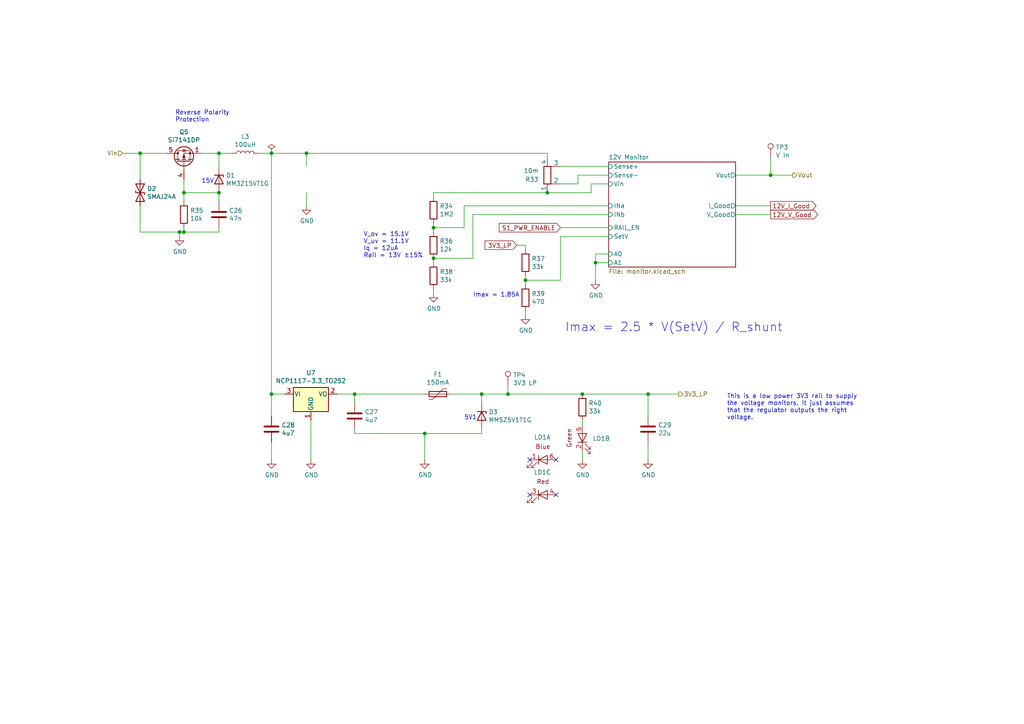
<source format=kicad_sch>
(kicad_sch (version 20210126) (generator eeschema)
  (paper "A4")
  (title_block (rev "DRAFT") (company "M0WUT"))
  (lib_symbols
    (symbol "Connector:TestPoint" (pin_numbers hide) (pin_names (offset 0.762) hide)
      (property "Reference" "TP" (at 0 6.858 0))
      (property "Value" "TestPoint" (at 0 5.08 0))
      (symbol "TestPoint_0_1"
        (circle (center 0 3.302) (radius 0.762))
      )
      (symbol "TestPoint_1_1"
        (pin passive line (at 0 0 90) (length 2.54) (name "1") (number "1"))
      )
    )
    (symbol "Device:C" (pin_numbers hide) (pin_names (offset 0.254))
      (property "Reference" "C" (at 0.635 2.54 0))
      (property "Value" "C" (at 0.635 -2.54 0))
      (symbol "C_0_1"
        (polyline (pts (xy -2.032 -0.762) (xy 2.032 -0.762)) (stroke (width 0.508)))
        (polyline (pts (xy -2.032 0.762) (xy 2.032 0.762)) (stroke (width 0.508)))
      )
      (symbol "C_1_1"
        (pin passive line (at 0 3.81 270) (length 2.794) (name "~") (number "1"))
        (pin passive line (at 0 -3.81 90) (length 2.794) (name "~") (number "2"))
      )
    )
    (symbol "Device:D_TVS" (pin_numbers hide) (pin_names (offset 1.016) hide)
      (property "Reference" "D" (at 0 2.54 0))
      (property "Value" "D_TVS" (at 0 -2.54 0))
      (symbol "D_TVS_0_1"
        (polyline (pts (xy 1.27 0) (xy -1.27 0)))
        (polyline (pts (xy 0.508 1.27) (xy 0 1.27) (xy 0 -1.27) (xy -0.508 -1.27)) (stroke (width 0.254)))
        (polyline (pts (xy -2.54 1.27) (xy -2.54 -1.27) (xy 2.54 1.27) (xy 2.54 -1.27) (xy -2.54 1.27)) (stroke (width 0.254)))
      )
      (symbol "D_TVS_1_1"
        (pin passive line (at -3.81 0 0) (length 2.54) (name "A1") (number "1"))
        (pin passive line (at 3.81 0 180) (length 2.54) (name "A2") (number "2"))
      )
    )
    (symbol "Device:D_Zener" (pin_numbers hide) (pin_names (offset 1.016) hide)
      (property "Reference" "D" (at 0 2.54 0))
      (property "Value" "D_Zener" (at 0 -2.54 0))
      (symbol "D_Zener_0_1"
        (polyline (pts (xy 1.27 0) (xy -1.27 0)))
        (polyline (pts (xy -1.27 -1.27) (xy -1.27 1.27) (xy -0.762 1.27)) (stroke (width 0.254)))
        (polyline (pts (xy 1.27 -1.27) (xy 1.27 1.27) (xy -1.27 0) (xy 1.27 -1.27)) (stroke (width 0.254)))
      )
      (symbol "D_Zener_1_1"
        (pin passive line (at -3.81 0 0) (length 2.54) (name "K") (number "1"))
        (pin passive line (at 3.81 0 180) (length 2.54) (name "A") (number "2"))
      )
    )
    (symbol "Device:L" (pin_numbers hide) (pin_names (offset 1.016) hide)
      (property "Reference" "L" (at -1.27 0 90))
      (property "Value" "L" (at 1.905 0 90))
      (symbol "L_0_1"
        (arc (start 0 -2.54) (end 0 -1.27) (radius (at 0 -1.905) (length 0.635) (angles -89.9 89.9)))
        (arc (start 0 -1.27) (end 0 0) (radius (at 0 -0.635) (length 0.635) (angles -89.9 89.9)))
        (arc (start 0 0) (end 0 1.27) (radius (at 0 0.635) (length 0.635) (angles -89.9 89.9)))
        (arc (start 0 1.27) (end 0 2.54) (radius (at 0 1.905) (length 0.635) (angles -89.9 89.9)))
      )
      (symbol "L_1_1"
        (pin passive line (at 0 3.81 270) (length 1.27) (name "1") (number "1"))
        (pin passive line (at 0 -3.81 90) (length 1.27) (name "2") (number "2"))
      )
    )
    (symbol "Device:Polyfuse" (pin_numbers hide) (pin_names (offset 0))
      (property "Reference" "F" (at -2.54 0 90))
      (property "Value" "Polyfuse" (at 2.54 0 90))
      (symbol "Polyfuse_0_1"
        (rectangle (start -0.762 2.54) (end 0.762 -2.54) (stroke (width 0.254)))
        (polyline (pts (xy 0 2.54) (xy 0 -2.54)))
        (polyline (pts (xy -1.524 2.54) (xy -1.524 1.524) (xy 1.524 -1.524) (xy 1.524 -2.54)))
      )
      (symbol "Polyfuse_1_1"
        (pin passive line (at 0 3.81 270) (length 1.27) (name "~") (number "1"))
        (pin passive line (at 0 -3.81 90) (length 1.27) (name "~") (number "2"))
      )
    )
    (symbol "Device:R" (pin_numbers hide) (pin_names (offset 0))
      (property "Reference" "R" (at 2.032 0 90))
      (property "Value" "R" (at 0 0 90))
      (symbol "R_0_1"
        (rectangle (start -1.016 -2.54) (end 1.016 2.54) (stroke (width 0.254)))
      )
      (symbol "R_1_1"
        (pin passive line (at 0 3.81 270) (length 1.27) (name "~") (number "1"))
        (pin passive line (at 0 -3.81 90) (length 1.27) (name "~") (number "2"))
      )
    )
    (symbol "Device:R_Shunt" (pin_numbers hide) (pin_names (offset 0))
      (property "Reference" "R" (at -4.445 0 90))
      (property "Value" "R_Shunt" (at -2.54 0 90))
      (symbol "R_Shunt_0_1"
        (rectangle (start -1.016 -2.54) (end 1.016 2.54) (stroke (width 0.254)))
        (polyline (pts (xy 0 -2.54) (xy 1.27 -2.54)))
        (polyline (pts (xy 1.27 2.54) (xy 0 2.54)))
      )
      (symbol "R_Shunt_1_1"
        (pin passive line (at 0 5.08 270) (length 2.54) (name "1") (number "1"))
        (pin passive line (at 3.81 2.54 180) (length 2.54) (name "2") (number "2"))
        (pin passive line (at 3.81 -2.54 180) (length 2.54) (name "3") (number "3"))
        (pin passive line (at 0 -5.08 90) (length 2.54) (name "4") (number "4"))
      )
    )
    (symbol "LED_WUT:LED_Cree_CLX6E-FKC" (pin_names (offset 1.016))
      (property "Reference" "LD" (at 2.54 -2.54 0))
      (symbol "LED_Cree_CLX6E-FKC_1_0"
        (text "Blue" (at 0 3.81 0) (effects (font (size 1.27 1.27))))
      )
      (symbol "LED_Cree_CLX6E-FKC_1_1"
        (polyline (pts (xy -1.27 -1.27) (xy -1.27 1.27)) (stroke (width 0.2032)))
        (polyline (pts (xy -1.27 0) (xy 1.27 0)))
        (polyline (pts (xy 1.27 -1.27) (xy 1.27 1.27) (xy -1.27 0) (xy 1.27 -1.27)) (stroke (width 0.2032)))
        (polyline (pts (xy -3.048 -0.762) (xy -4.572 -2.286) (xy -3.81 -2.286) (xy -4.572 -2.286) (xy -4.572 -1.524)))
        (polyline (pts (xy -1.778 -0.762) (xy -3.302 -2.286) (xy -2.54 -2.286) (xy -3.302 -2.286) (xy -3.302 -1.524)))
        (pin passive line (at -3.81 0 0) (length 2.54) (name "~") (number "1"))
        (pin passive line (at 3.81 0 180) (length 2.54) (name "~") (number "6"))
      )
      (symbol "LED_Cree_CLX6E-FKC_2_1"
        (text "Green" (at 0 3.81 0) (effects (font (size 1.27 1.27))))
        (polyline (pts (xy -1.27 -1.27) (xy -1.27 1.27)) (stroke (width 0.2032)))
        (polyline (pts (xy -1.27 0) (xy 1.27 0)))
        (polyline (pts (xy 1.27 -1.27) (xy 1.27 1.27) (xy -1.27 0) (xy 1.27 -1.27)) (stroke (width 0.2032)))
        (polyline (pts (xy -3.048 -0.762) (xy -4.572 -2.286) (xy -3.81 -2.286) (xy -4.572 -2.286) (xy -4.572 -1.524)))
        (polyline (pts (xy -1.778 -0.762) (xy -3.302 -2.286) (xy -2.54 -2.286) (xy -3.302 -2.286) (xy -3.302 -1.524)))
        (pin passive line (at -3.81 0 0) (length 2.54) (name "~") (number "2"))
        (pin passive line (at 3.81 0 180) (length 2.54) (name "~") (number "5"))
      )
      (symbol "LED_Cree_CLX6E-FKC_3_1"
        (text "Red" (at 0 3.81 0) (effects (font (size 1.27 1.27))))
        (polyline (pts (xy -1.27 -1.27) (xy -1.27 1.27)) (stroke (width 0.2032)))
        (polyline (pts (xy -1.27 0) (xy 1.27 0)))
        (polyline (pts (xy 1.27 -1.27) (xy 1.27 1.27) (xy -1.27 0) (xy 1.27 -1.27)) (stroke (width 0.2032)))
        (polyline (pts (xy -3.048 -0.762) (xy -4.572 -2.286) (xy -3.81 -2.286) (xy -4.572 -2.286) (xy -4.572 -1.524)))
        (polyline (pts (xy -1.778 -0.762) (xy -3.302 -2.286) (xy -2.54 -2.286) (xy -3.302 -2.286) (xy -3.302 -1.524)))
        (pin passive line (at -3.81 0 0) (length 2.54) (name "~") (number "3"))
        (pin passive line (at 3.81 0 180) (length 2.54) (name "~") (number "4"))
      )
    )
    (symbol "Regulator_Linear:NCP1117-3.3_TO252" (pin_names (offset 0.254))
      (property "Reference" "U" (at -3.81 3.175 0))
      (property "Value" "NCP1117-3.3_TO252" (at 0 3.175 0))
      (symbol "NCP1117-3.3_TO252_0_1"
        (rectangle (start -5.08 1.905) (end 5.08 -5.08) (stroke (width 0.254)) (fill (type background)))
      )
      (symbol "NCP1117-3.3_TO252_1_1"
        (pin power_in line (at 0 -7.62 90) (length 2.54) (name "GND") (number "1"))
        (pin power_out line (at 7.62 0 180) (length 2.54) (name "VO") (number "2"))
        (pin power_in line (at -7.62 0 0) (length 2.54) (name "VI") (number "3"))
      )
    )
    (symbol "Transistor_FET:Si7141DP" (pin_names hide)
      (property "Reference" "Q" (at 5.08 1.905 0))
      (property "Value" "Si7141DP" (at 5.08 0 0))
      (symbol "Si7141DP_0_1"
        (circle (center 1.651 0) (radius 2.794) (stroke (width 0.254)))
        (circle (center 2.54 -1.778) (radius 0.254) (fill (type outline)))
        (circle (center 2.54 1.778) (radius 0.254) (fill (type outline)))
        (polyline (pts (xy 0.254 0) (xy -2.54 0)))
        (polyline (pts (xy 0.254 1.905) (xy 0.254 -1.905)) (stroke (width 0.254)))
        (polyline (pts (xy 0.762 -1.27) (xy 0.762 -2.286)) (stroke (width 0.254)))
        (polyline (pts (xy 0.762 0.508) (xy 0.762 -0.508)) (stroke (width 0.254)))
        (polyline (pts (xy 0.762 2.286) (xy 0.762 1.27)) (stroke (width 0.254)))
        (polyline (pts (xy 2.54 2.54) (xy 2.54 1.778)))
        (polyline (pts (xy 2.54 -2.54) (xy 2.54 0) (xy 0.762 0)))
        (polyline (pts (xy 0.762 1.778) (xy 3.302 1.778) (xy 3.302 -1.778) (xy 0.762 -1.778)))
        (polyline (pts (xy 2.794 -0.508) (xy 2.921 -0.381) (xy 3.683 -0.381) (xy 3.81 -0.254)))
        (polyline (pts (xy 3.302 -0.381) (xy 2.921 0.254) (xy 3.683 0.254) (xy 3.302 -0.381)))
        (polyline (pts (xy 2.286 0) (xy 1.27 0.381) (xy 1.27 -0.381) (xy 2.286 0)) (fill (type outline)))
      )
      (symbol "Si7141DP_1_1"
        (pin passive line (at 2.54 -5.08 90) (length 2.54) (name "S") (number "1"))
        (pin passive line (at 2.54 -5.08 90) (length 2.54) hide (name "S") (number "2"))
        (pin passive line (at 2.54 -5.08 90) (length 2.54) hide (name "S") (number "3"))
        (pin input line (at -5.08 0 0) (length 2.54) (name "G") (number "4"))
        (pin passive line (at 2.54 5.08 270) (length 2.54) (name "D") (number "5"))
      )
    )
    (symbol "power:GND" (power) (pin_names (offset 0))
      (property "Value" "GND" (at 0 -3.81 0))
      (symbol "GND_0_1"
        (polyline (pts (xy 0 0) (xy 0 -1.27) (xy 1.27 -1.27) (xy 0 -2.54) (xy -1.27 -1.27) (xy 0 -1.27)))
      )
      (symbol "GND_1_1"
        (pin power_in line (at 0 0 270) (length 0) hide (name "GND") (number "1"))
      )
    )
    (symbol "power:PWR_FLAG" (power) (pin_numbers hide) (pin_names (offset 0) hide)
      (property "Value" "PWR_FLAG" (at 0 3.81 0))
      (symbol "PWR_FLAG_0_0"
        (pin power_out line (at 0 0 90) (length 0) (name "pwr") (number "1"))
      )
      (symbol "PWR_FLAG_0_1"
        (polyline (pts (xy 0 0) (xy 0 1.27) (xy -1.016 1.905) (xy 0 2.54) (xy 1.016 1.905) (xy 0 1.27)))
      )
    )
  )
  (junction (at 40.64 44.45) (diameter 0.9144))
  (junction (at 52.07 67.31) (diameter 0.9144))
  (junction (at 53.34 55.88) (diameter 0.9144))
  (junction (at 53.34 67.31) (diameter 0.9144))
  (junction (at 63.5 44.45) (diameter 0.9144))
  (junction (at 63.5 55.88) (diameter 0.9144))
  (junction (at 78.74 44.45) (diameter 0.9144))
  (junction (at 78.74 114.3) (diameter 0.9144))
  (junction (at 88.9 44.45) (diameter 0.9144))
  (junction (at 102.87 114.3) (diameter 0.9144))
  (junction (at 123.19 125.73) (diameter 0.9144))
  (junction (at 125.73 66.04) (diameter 0.9144))
  (junction (at 125.73 74.93) (diameter 0.9144))
  (junction (at 139.7 114.3) (diameter 0.9144))
  (junction (at 147.32 114.3) (diameter 0.9144))
  (junction (at 152.4 81.28) (diameter 0.9144))
  (junction (at 158.75 55.88) (diameter 0.9144))
  (junction (at 168.91 114.3) (diameter 0.9144))
  (junction (at 172.72 76.2) (diameter 0.9144))
  (junction (at 187.96 114.3) (diameter 0.9144))
  (junction (at 223.52 50.8) (diameter 0.9144))
  (no_connect (at 153.67 133.35))
  (no_connect (at 153.67 143.51))
  (no_connect (at 161.29 133.35))
  (no_connect (at 161.29 143.51))
  (wire (pts (xy 35.56 44.45) (xy 40.64 44.45)))
  (wire (pts (xy 40.64 44.45) (xy 48.26 44.45)))
  (wire (pts (xy 40.64 52.07) (xy 40.64 44.45)))
  (wire (pts (xy 40.64 67.31) (xy 40.64 59.69)))
  (wire (pts (xy 52.07 67.31) (xy 40.64 67.31)))
  (wire (pts (xy 52.07 68.58) (xy 52.07 67.31)))
  (wire (pts (xy 53.34 52.07) (xy 53.34 55.88)))
  (wire (pts (xy 53.34 55.88) (xy 53.34 58.42)))
  (wire (pts (xy 53.34 66.04) (xy 53.34 67.31)))
  (wire (pts (xy 53.34 67.31) (xy 52.07 67.31)))
  (wire (pts (xy 53.34 67.31) (xy 63.5 67.31)))
  (wire (pts (xy 58.42 44.45) (xy 63.5 44.45)))
  (wire (pts (xy 63.5 44.45) (xy 63.5 48.26)))
  (wire (pts (xy 63.5 44.45) (xy 67.31 44.45)))
  (wire (pts (xy 63.5 55.88) (xy 53.34 55.88)))
  (wire (pts (xy 63.5 58.42) (xy 63.5 55.88)))
  (wire (pts (xy 63.5 67.31) (xy 63.5 66.04)))
  (wire (pts (xy 74.93 44.45) (xy 78.74 44.45)))
  (wire (pts (xy 78.74 114.3) (xy 78.74 44.45)))
  (wire (pts (xy 78.74 120.65) (xy 78.74 114.3)))
  (wire (pts (xy 78.74 133.35) (xy 78.74 128.27)))
  (wire (pts (xy 82.55 114.3) (xy 78.74 114.3)))
  (wire (pts (xy 88.9 44.45) (xy 78.74 44.45)))
  (wire (pts (xy 88.9 44.45) (xy 88.9 48.26)))
  (wire (pts (xy 88.9 44.45) (xy 158.75 44.45)))
  (wire (pts (xy 88.9 59.69) (xy 88.9 55.88)))
  (wire (pts (xy 90.17 133.35) (xy 90.17 121.92)))
  (wire (pts (xy 97.79 114.3) (xy 102.87 114.3)))
  (wire (pts (xy 102.87 114.3) (xy 123.19 114.3)))
  (wire (pts (xy 102.87 116.84) (xy 102.87 114.3)))
  (wire (pts (xy 102.87 124.46) (xy 102.87 125.73)))
  (wire (pts (xy 102.87 125.73) (xy 123.19 125.73)))
  (wire (pts (xy 123.19 125.73) (xy 123.19 133.35)))
  (wire (pts (xy 123.19 125.73) (xy 139.7 125.73)))
  (wire (pts (xy 125.73 55.88) (xy 125.73 57.15)))
  (wire (pts (xy 125.73 64.77) (xy 125.73 66.04)))
  (wire (pts (xy 125.73 66.04) (xy 125.73 67.31)))
  (wire (pts (xy 125.73 66.04) (xy 134.62 66.04)))
  (wire (pts (xy 125.73 74.93) (xy 137.16 74.93)))
  (wire (pts (xy 125.73 76.2) (xy 125.73 74.93)))
  (wire (pts (xy 125.73 83.82) (xy 125.73 85.09)))
  (wire (pts (xy 130.81 114.3) (xy 139.7 114.3)))
  (wire (pts (xy 134.62 59.69) (xy 176.53 59.69)))
  (wire (pts (xy 134.62 66.04) (xy 134.62 59.69)))
  (wire (pts (xy 137.16 62.23) (xy 137.16 74.93)))
  (wire (pts (xy 139.7 114.3) (xy 147.32 114.3)))
  (wire (pts (xy 139.7 116.84) (xy 139.7 114.3)))
  (wire (pts (xy 139.7 125.73) (xy 139.7 124.46)))
  (wire (pts (xy 147.32 114.3) (xy 147.32 111.76)))
  (wire (pts (xy 147.32 114.3) (xy 168.91 114.3)))
  (wire (pts (xy 149.86 71.12) (xy 152.4 71.12)))
  (wire (pts (xy 152.4 71.12) (xy 152.4 72.39)))
  (wire (pts (xy 152.4 81.28) (xy 152.4 80.01)))
  (wire (pts (xy 152.4 82.55) (xy 152.4 81.28)))
  (wire (pts (xy 152.4 91.44) (xy 152.4 90.17)))
  (wire (pts (xy 158.75 44.45) (xy 158.75 45.72)))
  (wire (pts (xy 158.75 55.88) (xy 125.73 55.88)))
  (wire (pts (xy 158.75 55.88) (xy 171.45 55.88)))
  (wire (pts (xy 162.56 48.26) (xy 176.53 48.26)))
  (wire (pts (xy 162.56 53.34) (xy 167.64 53.34)))
  (wire (pts (xy 162.56 66.04) (xy 176.53 66.04)))
  (wire (pts (xy 162.56 68.58) (xy 162.56 81.28)))
  (wire (pts (xy 162.56 68.58) (xy 176.53 68.58)))
  (wire (pts (xy 162.56 81.28) (xy 152.4 81.28)))
  (wire (pts (xy 167.64 50.8) (xy 176.53 50.8)))
  (wire (pts (xy 167.64 53.34) (xy 167.64 50.8)))
  (wire (pts (xy 168.91 114.3) (xy 187.96 114.3)))
  (wire (pts (xy 168.91 121.92) (xy 168.91 123.19)))
  (wire (pts (xy 168.91 133.35) (xy 168.91 130.81)))
  (wire (pts (xy 171.45 53.34) (xy 176.53 53.34)))
  (wire (pts (xy 171.45 55.88) (xy 171.45 53.34)))
  (wire (pts (xy 172.72 73.66) (xy 172.72 76.2)))
  (wire (pts (xy 172.72 76.2) (xy 172.72 81.28)))
  (wire (pts (xy 176.53 62.23) (xy 137.16 62.23)))
  (wire (pts (xy 176.53 73.66) (xy 172.72 73.66)))
  (wire (pts (xy 176.53 76.2) (xy 172.72 76.2)))
  (wire (pts (xy 187.96 114.3) (xy 196.85 114.3)))
  (wire (pts (xy 187.96 120.65) (xy 187.96 114.3)))
  (wire (pts (xy 187.96 133.35) (xy 187.96 128.27)))
  (wire (pts (xy 223.52 45.72) (xy 223.52 50.8)))
  (wire (pts (xy 223.52 50.8) (xy 213.36 50.8)))
  (wire (pts (xy 223.52 59.69) (xy 213.36 59.69)))
  (wire (pts (xy 223.52 62.23) (xy 213.36 62.23)))
  (wire (pts (xy 229.87 50.8) (xy 223.52 50.8)))
  (text "Reverse Polarity\nProtection" (at 50.8 35.56 0) (effects (font (size 1.27 1.27)) (justify left bottom)))
  (text "15V " (at 58.42 53.34 0) (effects (font (size 1.27 1.27)) (justify left bottom)))
  (text "V_ov = 15.1V\nV_uv = 11.1V\nIq = 12uA\nRail = 13V ±15%" (at 105.41 74.93 0) (effects (font (size 1.27 1.27)) (justify left bottom)))
  (text "5V1" (at 134.62 121.92 0) (effects (font (size 1.27 1.27)) (justify left bottom)))
  (text "Imax = 1.85A" (at 137.16 86.36 0) (effects (font (size 1.27 1.27)) (justify left bottom)))
  (text "Imax = 2.5 * V(SetV) / R_shunt" (at 163.83 96.52 0) (effects (font (size 2.54 2.54)) (justify left bottom)))
  (text "This is a low power 3V3 rail to supply \nthe voltage monitors. It just assumes\nthat the regulator outputs the right\nvoltage." (at 210.82 121.92 0) (effects (font (size 1.27 1.27)) (justify left bottom)))
  (global_label "3V3_LP" (shape input) (at 149.86 71.12 180) (property "Intersheet References" "${INTERSHEET_REFS}" (effects hide)))
  (global_label "S1_PWR_ENABLE" (shape input) (at 162.56 66.04 180) (property "Intersheet References" "${INTERSHEET_REFS}" (effects hide)))
  (global_label "12V_I_Good" (shape output) (at 223.52 59.69 0) (property "Intersheet References" "${INTERSHEET_REFS}" (effects hide)))
  (global_label "12V_V_Good" (shape output) (at 223.52 62.23 0) (property "Intersheet References" "${INTERSHEET_REFS}" (effects hide)))
  (hierarchical_label "Vin" (shape input) (at 35.56 44.45 180))
  (hierarchical_label "3V3_LP" (shape output) (at 196.85 114.3 0))
  (hierarchical_label "Vout" (shape output) (at 229.87 50.8 0))
  (symbol (lib_id "power:PWR_FLAG") (at 78.74 44.45 0) (unit 1)
    (property "Reference" "#FLG012" (effects hide))
    (property "Value" "PWR_FLAG" (effects hide))
  )
  (symbol (lib_id "Connector:TestPoint") (at 147.32 111.76 0) (unit 1)
    (property "Reference" "TP4" (at 148.7932 108.7628 0) (effects (justify left)))
    (property "Value" "3V3 LP" (at 148.7932 111.0742 0) (effects (justify left)))
    (property "Footprint" "TestPoint:TestPoint_Pad_D1.5mm" (effects hide))
  )
  (symbol (lib_id "Connector:TestPoint") (at 223.52 45.72 0)
    (property "Reference" "TP3" (at 224.9932 42.7228 0) (effects (justify left)))
    (property "Value" "V In" (at 224.9932 45.0342 0) (effects (justify left)))
    (property "Footprint" "TestPoint:TestPoint_Pad_D1.5mm" (effects hide))
  )
  (symbol (lib_id "power:GND") (at 52.07 68.58 0) (unit 1)
    (property "Reference" "#PWR034" (effects hide))
    (property "Value" "GND" (at 52.197 72.9742 0))
  )
  (symbol (lib_id "power:GND") (at 78.74 133.35 0) (unit 1)
    (property "Reference" "#PWR038" (effects hide))
    (property "Value" "GND" (at 78.867 137.7442 0))
  )
  (symbol (lib_id "power:GND") (at 88.9 59.69 0) (unit 1)
    (property "Reference" "#PWR033" (effects hide))
    (property "Value" "GND" (at 89.027 64.0842 0))
  )
  (symbol (lib_id "power:GND") (at 90.17 133.35 0) (unit 1)
    (property "Reference" "#PWR039" (effects hide))
    (property "Value" "GND" (at 90.297 137.7442 0))
  )
  (symbol (lib_id "power:GND") (at 123.19 133.35 0)
    (property "Reference" "#PWR040" (effects hide))
    (property "Value" "GND" (at 123.317 137.7442 0))
  )
  (symbol (lib_id "power:GND") (at 125.73 85.09 0)
    (property "Reference" "#PWR036" (effects hide))
    (property "Value" "GND" (at 125.857 89.4842 0))
  )
  (symbol (lib_id "power:GND") (at 152.4 91.44 0)
    (property "Reference" "#PWR037" (effects hide))
    (property "Value" "GND" (at 152.527 95.8342 0))
  )
  (symbol (lib_id "power:GND") (at 168.91 133.35 0) (unit 1)
    (property "Reference" "#PWR041" (effects hide))
    (property "Value" "GND" (at 169.037 137.7442 0))
  )
  (symbol (lib_id "power:GND") (at 172.72 81.28 0) (unit 1)
    (property "Reference" "#PWR035" (effects hide))
    (property "Value" "GND" (at 172.847 85.6742 0))
  )
  (symbol (lib_id "power:GND") (at 187.96 133.35 0) (unit 1)
    (property "Reference" "#PWR042" (effects hide))
    (property "Value" "GND" (at 188.087 137.7442 0))
  )
  (symbol (lib_id "Device:L") (at 71.12 44.45 90) (unit 1)
    (property "Reference" "L3" (at 71.12 39.624 90))
    (property "Value" "100uH" (at 71.12 41.9354 90))
    (property "Footprint" "Inductor_WUT:Wurth_7447709101" (effects hide))
    (property "MPN" "7447709101" (effects hide))
  )
  (symbol (lib_id "Device:R") (at 53.34 62.23 0) (unit 1)
    (property "Reference" "R35" (at 55.118 61.0616 0) (effects (justify left)))
    (property "Value" "10k" (at 55.118 63.373 0) (effects (justify left)))
    (property "Footprint" "Resistor_SMD:R_0603_1608Metric" (effects hide))
  )
  (symbol (lib_id "Device:R") (at 125.73 60.96 0)
    (property "Reference" "R34" (at 127.508 59.7916 0) (effects (justify left)))
    (property "Value" "1M2" (at 127.508 62.103 0) (effects (justify left)))
    (property "Footprint" "Resistor_SMD:R_0603_1608Metric" (effects hide))
  )
  (symbol (lib_id "Device:R") (at 125.73 71.12 0)
    (property "Reference" "R36" (at 127.508 69.9516 0) (effects (justify left)))
    (property "Value" "12k" (at 127.508 72.263 0) (effects (justify left)))
    (property "Footprint" "Resistor_SMD:R_0603_1608Metric" (effects hide))
  )
  (symbol (lib_id "Device:R") (at 125.73 80.01 0)
    (property "Reference" "R38" (at 127.508 78.8416 0) (effects (justify left)))
    (property "Value" "33k" (at 127.508 81.153 0) (effects (justify left)))
    (property "Footprint" "Resistor_SMD:R_0603_1608Metric" (effects hide))
  )
  (symbol (lib_id "Device:R") (at 152.4 76.2 0)
    (property "Reference" "R37" (at 154.178 75.0316 0) (effects (justify left)))
    (property "Value" "33k" (at 154.178 77.343 0) (effects (justify left)))
    (property "Footprint" "Resistor_SMD:R_0603_1608Metric" (effects hide))
  )
  (symbol (lib_id "Device:R") (at 152.4 86.36 0)
    (property "Reference" "R39" (at 154.178 85.1916 0) (effects (justify left)))
    (property "Value" "470" (at 154.178 87.503 0) (effects (justify left)))
    (property "Footprint" "Resistor_SMD:R_0603_1608Metric" (effects hide))
  )
  (symbol (lib_id "Device:R") (at 168.91 118.11 0) (unit 1)
    (property "Reference" "R40" (at 170.688 116.9416 0) (effects (justify left)))
    (property "Value" "33k" (at 170.688 119.253 0) (effects (justify left)))
    (property "Footprint" "Resistor_SMD:R_0603_1608Metric" (effects hide))
  )
  (symbol (lib_id "Device:D_TVS") (at 40.64 55.88 270) (unit 1)
    (property "Reference" "D2" (at 42.6466 54.7116 90) (effects (justify left)))
    (property "Value" "SMAJ24A" (at 42.6466 57.023 90) (effects (justify left)))
    (property "Footprint" "Diode_SMD:D_SMB" (effects hide))
  )
  (symbol (lib_id "Device:D_Zener") (at 63.5 52.07 270) (unit 1)
    (property "Reference" "D1" (at 65.5066 50.9016 90) (effects (justify left)))
    (property "Value" "MM3Z15VT1G" (at 65.5066 53.213 90) (effects (justify left)))
    (property "Footprint" "Diode_SMD:D_SOD-123" (effects hide))
  )
  (symbol (lib_id "Device:D_Zener") (at 139.7 120.65 270) (unit 1)
    (property "Reference" "D3" (at 141.7066 119.4816 90) (effects (justify left)))
    (property "Value" "MMSZ5V1T1G" (at 141.7066 121.793 90) (effects (justify left)))
    (property "Footprint" "Diode_SMD:D_SOD-123" (effects hide))
  )
  (symbol (lib_id "Device:Polyfuse") (at 127 114.3 270) (unit 1)
    (property "Reference" "F1" (at 127 108.585 90))
    (property "Value" "150mA" (at 127 110.8964 90))
    (property "Footprint" "Resistor_SMD:R_1210_3225Metric" (effects hide))
  )
  (symbol (lib_id "Device:C") (at 63.5 62.23 0) (unit 1)
    (property "Reference" "C26" (at 66.421 61.0616 0) (effects (justify left)))
    (property "Value" "47n" (at 66.421 63.373 0) (effects (justify left)))
    (property "Footprint" "Capacitor_SMD:C_0603_1608Metric" (effects hide))
  )
  (symbol (lib_id "Device:C") (at 78.74 124.46 0) (unit 1)
    (property "Reference" "C28" (at 81.661 123.2916 0) (effects (justify left)))
    (property "Value" "4u7" (at 81.661 125.603 0) (effects (justify left)))
    (property "Footprint" "Capacitor_SMD:C_0603_1608Metric" (effects hide))
  )
  (symbol (lib_id "Device:C") (at 102.87 120.65 0) (unit 1)
    (property "Reference" "C27" (at 105.791 119.4816 0) (effects (justify left)))
    (property "Value" "4u7" (at 105.791 121.793 0) (effects (justify left)))
    (property "Footprint" "Capacitor_SMD:C_0603_1608Metric" (effects hide))
  )
  (symbol (lib_id "Device:C") (at 187.96 124.46 0) (unit 1)
    (property "Reference" "C29" (at 190.881 123.2916 0) (effects (justify left)))
    (property "Value" "22u" (at 190.881 125.603 0) (effects (justify left)))
    (property "Footprint" "Capacitor_SMD:C_1210_3225Metric" (effects hide))
  )
  (symbol (lib_id "Device:R_Shunt") (at 158.75 50.8 0) (mirror x)
    (property "Reference" "R33" (at 156.21 52.07 0) (effects (justify right)))
    (property "Value" "10m" (at 156.21 49.53 0) (effects (justify right)))
    (property "Footprint" "Resistor_WUT:R_Shunt_Vishay_WSK1206" (effects hide))
    (property "MPN" "WSK1206R0100FEA18" (effects hide))
  )
  (symbol (lib_id "LED_WUT:LED_Cree_CLX6E-FKC") (at 157.48 133.35 0) (unit 1)
    (property "Reference" "LD1" (at 157.3022 126.8222 0))
    (property "Value" "LED_Cree_CLX6E-FKC" (effects hide))
    (property "Footprint" "LED_SMD:LED_RGB_PLCC-6" (effects hide))
    (property "Datasheet" "https://www.cree.com/led-components/media/documents/ds-CLX6E-FKC-1359.pdf" (effects hide))
  )
  (symbol (lib_id "LED_WUT:LED_Cree_CLX6E-FKC") (at 157.48 143.51 0) (unit 3)
    (property "Reference" "LD1" (at 157.3022 136.9822 0))
    (property "Value" "LED_Cree_CLX6E-FKC" (effects hide))
    (property "Footprint" "LED_SMD:LED_RGB_PLCC-6" (effects hide))
    (property "Datasheet" "https://www.cree.com/led-components/media/documents/ds-CLX6E-FKC-1359.pdf" (effects hide))
  )
  (symbol (lib_id "LED_WUT:LED_Cree_CLX6E-FKC") (at 168.91 127 90) (unit 2)
    (property "Reference" "LD1" (at 171.9072 127.1778 90) (effects (justify right)))
    (property "Value" "LED_Cree_CLX6E-FKC" (effects hide))
    (property "Footprint" "LED_SMD:LED_RGB_PLCC-6" (effects hide))
    (property "Datasheet" "https://www.cree.com/led-components/media/documents/ds-CLX6E-FKC-1359.pdf" (effects hide))
  )
  (symbol (lib_id "Device:CP") (at 88.9 52.07 0)
    (property "Reference" "C25" (at 91.8972 49.7586 0) (effects (justify left)))
    (property "Value" "220u" (at 91.8972 52.07 0) (effects (justify left)))
    (property "Footprint" "Capacitor_WUT:Wurth_WCAP_PSHP" (effects hide))
    (property "MPN" "875115350002" (at 91.8972 54.3814 0) (effects (justify left)))
  )
  (symbol (lib_id "Transistor_FET:Si7141DP") (at 53.34 46.99 90) (unit 1)
    (property "Reference" "Q5" (at 53.34 38.2778 90))
    (property "Value" "Si7141DP" (at 53.34 40.5892 90))
    (property "Footprint" "Package_SO:PowerPAK_SO-8_Single" (effects hide))
    (property "Datasheet" "https://www.vishay.com/docs/65596/si7141dp.pdf" (effects hide))
  )
  (symbol (lib_id "Regulator_Linear:NCP1117-3.3_TO252") (at 90.17 114.3 0) (unit 1)
    (property "Reference" "U7" (at 90.17 108.1532 0))
    (property "Value" "NCP1117-3.3_TO252" (at 90.17 110.4646 0))
    (property "Footprint" "Package_TO_SOT_SMD:TO-252-2" (effects hide))
    (property "Datasheet" "http://www.onsemi.com/pub_link/Collateral/NCP1117-D.PDF" (effects hide))
  )
  (sheet (at 176.53 46.99) (size 36.83 30.48)
    (property "Sheet name" "12V Monitor" (at 176.53 46.3545 0) (effects (justify left bottom)))
    (property "Sheet file" "monitor.kicad_sch" (at 176.53 77.9785 0) (effects (justify left top)))
    (pin "INa" input (at 176.53 59.69 180))
    (pin "INb" input (at 176.53 62.23 180))
    (pin "Vin" input (at 176.53 53.34 180))
    (pin "Vout" output (at 213.36 50.8 0))
    (pin "SetV" input (at 176.53 68.58 180))
    (pin "RAIL_EN" input (at 176.53 66.04 180))
    (pin "Sense-" input (at 176.53 50.8 180))
    (pin "Sense+" input (at 176.53 48.26 180))
    (pin "I_Good" output (at 213.36 59.69 0))
    (pin "V_Good" output (at 213.36 62.23 0))
    (pin "A0" input (at 176.53 73.66 180))
    (pin "A1" input (at 176.53 76.2 180))
  )
)
</source>
